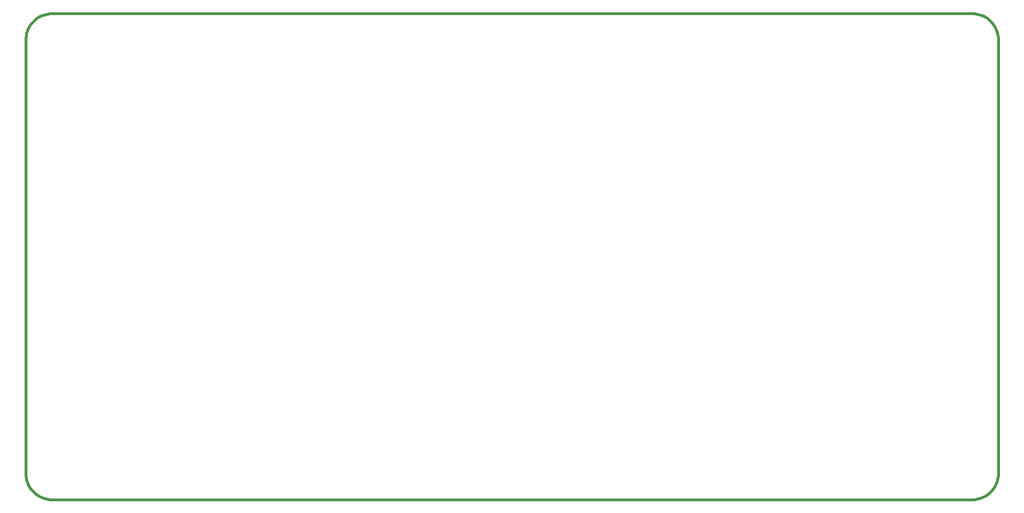
<source format=gbr>
G04 (created by PCBNEW-RS274X (2012-01-19 BZR 3256)-stable) date 12/09/2012 22:21:58*
G01*
G70*
G90*
%MOIN*%
G04 Gerber Fmt 3.4, Leading zero omitted, Abs format*
%FSLAX34Y34*%
G04 APERTURE LIST*
%ADD10C,0.006000*%
%ADD11C,0.015000*%
G04 APERTURE END LIST*
G54D10*
G54D11*
X26075Y-21500D02*
X80975Y-21500D01*
X26075Y-50500D02*
X80925Y-50500D01*
X24500Y-23075D02*
X24500Y-48925D01*
X82500Y-23075D02*
X82500Y-48925D01*
X82500Y-23075D02*
X82494Y-22938D01*
X82476Y-22802D01*
X82446Y-22668D01*
X82405Y-22537D01*
X82352Y-22410D01*
X82288Y-22288D01*
X82215Y-22172D01*
X82131Y-22063D01*
X82038Y-21962D01*
X81937Y-21869D01*
X81828Y-21785D01*
X81712Y-21712D01*
X81590Y-21648D01*
X81463Y-21595D01*
X81332Y-21554D01*
X81198Y-21524D01*
X81062Y-21506D01*
X80925Y-21500D01*
X80925Y-50500D02*
X81062Y-50494D01*
X81198Y-50476D01*
X81332Y-50446D01*
X81463Y-50405D01*
X81590Y-50352D01*
X81712Y-50288D01*
X81828Y-50215D01*
X81937Y-50131D01*
X82038Y-50038D01*
X82131Y-49937D01*
X82215Y-49828D01*
X82288Y-49712D01*
X82352Y-49590D01*
X82405Y-49463D01*
X82446Y-49332D01*
X82476Y-49198D01*
X82494Y-49062D01*
X82500Y-48925D01*
X24500Y-48925D02*
X24506Y-49062D01*
X24524Y-49198D01*
X24554Y-49332D01*
X24595Y-49463D01*
X24648Y-49590D01*
X24712Y-49712D01*
X24785Y-49828D01*
X24869Y-49937D01*
X24962Y-50038D01*
X25063Y-50131D01*
X25172Y-50215D01*
X25288Y-50288D01*
X25410Y-50352D01*
X25537Y-50405D01*
X25668Y-50446D01*
X25802Y-50476D01*
X25938Y-50494D01*
X26075Y-50500D01*
X26075Y-21500D02*
X25938Y-21506D01*
X25802Y-21524D01*
X25668Y-21554D01*
X25537Y-21595D01*
X25410Y-21648D01*
X25288Y-21712D01*
X25172Y-21785D01*
X25063Y-21869D01*
X24962Y-21962D01*
X24869Y-22063D01*
X24785Y-22172D01*
X24712Y-22288D01*
X24648Y-22410D01*
X24595Y-22537D01*
X24554Y-22668D01*
X24524Y-22802D01*
X24506Y-22938D01*
X24500Y-23075D01*
M02*

</source>
